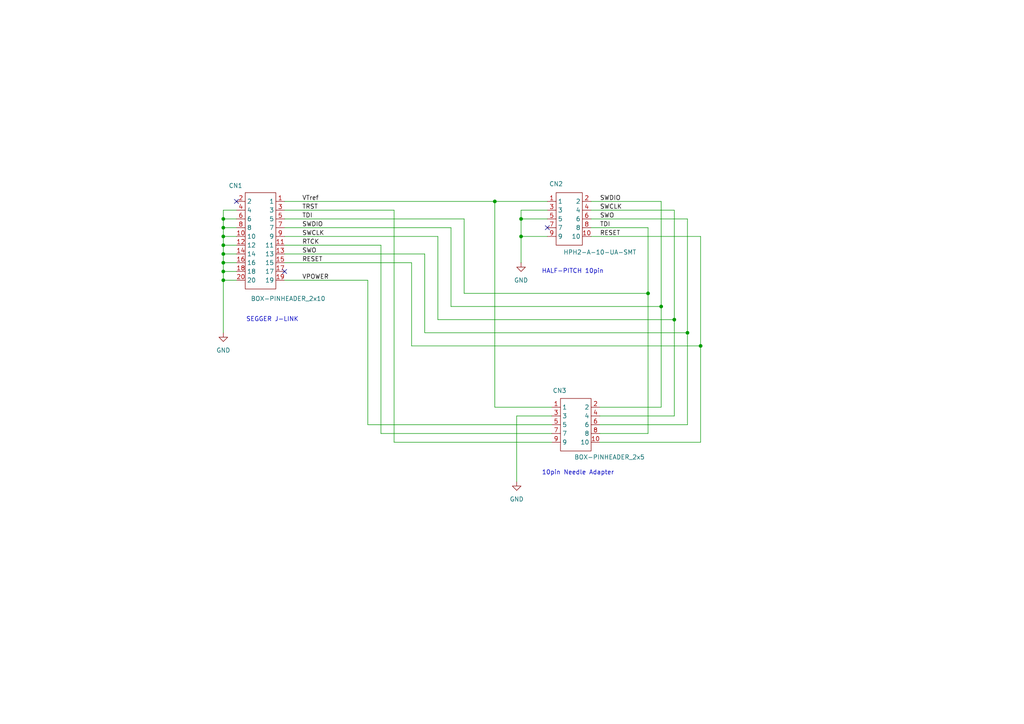
<source format=kicad_sch>
(kicad_sch
	(version 20231120)
	(generator "eeschema")
	(generator_version "8.0")
	(uuid "93138c12-76eb-4f04-ac17-d2ffa5c73c42")
	(paper "A4")
	(lib_symbols
		(symbol "ADAM_TECH:HPH2-A-10-UA-SMT"
			(exclude_from_sim no)
			(in_bom yes)
			(on_board yes)
			(property "Reference" "CN"
				(at -3.81 8.89 0)
				(effects
					(font
						(size 1.27 1.27)
					)
				)
			)
			(property "Value" "HPH2-A-10-UA-SMT"
				(at -1.27 3.81 0)
				(effects
					(font
						(size 1.27 1.27)
					)
				)
			)
			(property "Footprint" "ADAM_TECH:HPH2-A-10-UA-SMT"
				(at -1.27 3.81 0)
				(effects
					(font
						(size 1.27 1.27)
					)
					(hide yes)
				)
			)
			(property "Datasheet" ""
				(at -1.27 3.81 0)
				(effects
					(font
						(size 1.27 1.27)
					)
					(hide yes)
				)
			)
			(property "Description" ""
				(at 0 0 0)
				(effects
					(font
						(size 1.27 1.27)
					)
					(hide yes)
				)
			)
			(symbol "HPH2-A-10-UA-SMT_0_1"
				(rectangle
					(start -3.81 7.62)
					(end 3.81 -7.62)
					(stroke
						(width 0)
						(type default)
					)
					(fill
						(type none)
					)
				)
			)
			(symbol "HPH2-A-10-UA-SMT_1_1"
				(pin passive line
					(at -6.35 5.08 0)
					(length 2.54)
					(name "1"
						(effects
							(font
								(size 1.27 1.27)
							)
						)
					)
					(number "1"
						(effects
							(font
								(size 1.27 1.27)
							)
						)
					)
				)
				(pin passive line
					(at 6.35 -5.08 180)
					(length 2.54)
					(name "10"
						(effects
							(font
								(size 1.27 1.27)
							)
						)
					)
					(number "10"
						(effects
							(font
								(size 1.27 1.27)
							)
						)
					)
				)
				(pin passive line
					(at 6.35 5.08 180)
					(length 2.54)
					(name "2"
						(effects
							(font
								(size 1.27 1.27)
							)
						)
					)
					(number "2"
						(effects
							(font
								(size 1.27 1.27)
							)
						)
					)
				)
				(pin passive line
					(at -6.35 2.54 0)
					(length 2.54)
					(name "3"
						(effects
							(font
								(size 1.27 1.27)
							)
						)
					)
					(number "3"
						(effects
							(font
								(size 1.27 1.27)
							)
						)
					)
				)
				(pin passive line
					(at 6.35 2.54 180)
					(length 2.54)
					(name "4"
						(effects
							(font
								(size 1.27 1.27)
							)
						)
					)
					(number "4"
						(effects
							(font
								(size 1.27 1.27)
							)
						)
					)
				)
				(pin passive line
					(at -6.35 0 0)
					(length 2.54)
					(name "5"
						(effects
							(font
								(size 1.27 1.27)
							)
						)
					)
					(number "5"
						(effects
							(font
								(size 1.27 1.27)
							)
						)
					)
				)
				(pin passive line
					(at 6.35 0 180)
					(length 2.54)
					(name "6"
						(effects
							(font
								(size 1.27 1.27)
							)
						)
					)
					(number "6"
						(effects
							(font
								(size 1.27 1.27)
							)
						)
					)
				)
				(pin passive line
					(at -6.35 -2.54 0)
					(length 2.54)
					(name "7"
						(effects
							(font
								(size 1.27 1.27)
							)
						)
					)
					(number "7"
						(effects
							(font
								(size 1.27 1.27)
							)
						)
					)
				)
				(pin passive line
					(at 6.35 -2.54 180)
					(length 2.54)
					(name "8"
						(effects
							(font
								(size 1.27 1.27)
							)
						)
					)
					(number "8"
						(effects
							(font
								(size 1.27 1.27)
							)
						)
					)
				)
				(pin passive line
					(at -6.35 -5.08 0)
					(length 2.54)
					(name "9"
						(effects
							(font
								(size 1.27 1.27)
							)
						)
					)
					(number "9"
						(effects
							(font
								(size 1.27 1.27)
							)
						)
					)
				)
			)
		)
		(symbol "MIL_CONNECTOR:BOX-PINHEADER_2x10"
			(exclude_from_sim no)
			(in_bom yes)
			(on_board yes)
			(property "Reference" "CN"
				(at -8.89 20.32 0)
				(effects
					(font
						(size 1.27 1.27)
					)
				)
			)
			(property "Value" "BOX-PINHEADER_2x10"
				(at 6.35 -12.7 0)
				(effects
					(font
						(size 1.27 1.27)
					)
				)
			)
			(property "Footprint" "MIL-Connector:MIL-BOX-PINHEADER_2x10"
				(at 1.27 3.81 0)
				(effects
					(font
						(size 1.27 1.27)
					)
					(hide yes)
				)
			)
			(property "Datasheet" ""
				(at 1.27 5.08 0)
				(effects
					(font
						(size 1.27 1.27)
					)
					(hide yes)
				)
			)
			(property "Description" ""
				(at 0 0 0)
				(effects
					(font
						(size 1.27 1.27)
					)
					(hide yes)
				)
			)
			(symbol "BOX-PINHEADER_2x10_0_1"
				(rectangle
					(start -5.08 17.78)
					(end 3.81 -10.16)
					(stroke
						(width 0)
						(type default)
					)
					(fill
						(type none)
					)
				)
			)
			(symbol "BOX-PINHEADER_2x10_1_1"
				(pin passive line
					(at -7.62 15.24 0)
					(length 2.54)
					(name "1"
						(effects
							(font
								(size 1.27 1.27)
							)
						)
					)
					(number "1"
						(effects
							(font
								(size 1.27 1.27)
							)
						)
					)
				)
				(pin passive line
					(at 6.35 5.08 180)
					(length 2.54)
					(name "10"
						(effects
							(font
								(size 1.27 1.27)
							)
						)
					)
					(number "10"
						(effects
							(font
								(size 1.27 1.27)
							)
						)
					)
				)
				(pin passive line
					(at -7.62 2.54 0)
					(length 2.54)
					(name "11"
						(effects
							(font
								(size 1.27 1.27)
							)
						)
					)
					(number "11"
						(effects
							(font
								(size 1.27 1.27)
							)
						)
					)
				)
				(pin passive line
					(at 6.35 2.54 180)
					(length 2.54)
					(name "12"
						(effects
							(font
								(size 1.27 1.27)
							)
						)
					)
					(number "12"
						(effects
							(font
								(size 1.27 1.27)
							)
						)
					)
				)
				(pin passive line
					(at -7.62 0 0)
					(length 2.54)
					(name "13"
						(effects
							(font
								(size 1.27 1.27)
							)
						)
					)
					(number "13"
						(effects
							(font
								(size 1.27 1.27)
							)
						)
					)
				)
				(pin passive line
					(at 6.35 0 180)
					(length 2.54)
					(name "14"
						(effects
							(font
								(size 1.27 1.27)
							)
						)
					)
					(number "14"
						(effects
							(font
								(size 1.27 1.27)
							)
						)
					)
				)
				(pin passive line
					(at -7.62 -2.54 0)
					(length 2.54)
					(name "15"
						(effects
							(font
								(size 1.27 1.27)
							)
						)
					)
					(number "15"
						(effects
							(font
								(size 1.27 1.27)
							)
						)
					)
				)
				(pin passive line
					(at 6.35 -2.54 180)
					(length 2.54)
					(name "16"
						(effects
							(font
								(size 1.27 1.27)
							)
						)
					)
					(number "16"
						(effects
							(font
								(size 1.27 1.27)
							)
						)
					)
				)
				(pin passive line
					(at -7.62 -5.08 0)
					(length 2.54)
					(name "17"
						(effects
							(font
								(size 1.27 1.27)
							)
						)
					)
					(number "17"
						(effects
							(font
								(size 1.27 1.27)
							)
						)
					)
				)
				(pin passive line
					(at 6.35 -5.08 180)
					(length 2.54)
					(name "18"
						(effects
							(font
								(size 1.27 1.27)
							)
						)
					)
					(number "18"
						(effects
							(font
								(size 1.27 1.27)
							)
						)
					)
				)
				(pin passive line
					(at -7.62 -7.62 0)
					(length 2.54)
					(name "19"
						(effects
							(font
								(size 1.27 1.27)
							)
						)
					)
					(number "19"
						(effects
							(font
								(size 1.27 1.27)
							)
						)
					)
				)
				(pin passive line
					(at 6.35 15.24 180)
					(length 2.54)
					(name "2"
						(effects
							(font
								(size 1.27 1.27)
							)
						)
					)
					(number "2"
						(effects
							(font
								(size 1.27 1.27)
							)
						)
					)
				)
				(pin passive line
					(at 6.35 -7.62 180)
					(length 2.54)
					(name "20"
						(effects
							(font
								(size 1.27 1.27)
							)
						)
					)
					(number "20"
						(effects
							(font
								(size 1.27 1.27)
							)
						)
					)
				)
				(pin passive line
					(at -7.62 12.7 0)
					(length 2.54)
					(name "3"
						(effects
							(font
								(size 1.27 1.27)
							)
						)
					)
					(number "3"
						(effects
							(font
								(size 1.27 1.27)
							)
						)
					)
				)
				(pin passive line
					(at 6.35 12.7 180)
					(length 2.54)
					(name "4"
						(effects
							(font
								(size 1.27 1.27)
							)
						)
					)
					(number "4"
						(effects
							(font
								(size 1.27 1.27)
							)
						)
					)
				)
				(pin passive line
					(at -7.62 10.16 0)
					(length 2.54)
					(name "5"
						(effects
							(font
								(size 1.27 1.27)
							)
						)
					)
					(number "5"
						(effects
							(font
								(size 1.27 1.27)
							)
						)
					)
				)
				(pin passive line
					(at 6.35 10.16 180)
					(length 2.54)
					(name "6"
						(effects
							(font
								(size 1.27 1.27)
							)
						)
					)
					(number "6"
						(effects
							(font
								(size 1.27 1.27)
							)
						)
					)
				)
				(pin passive line
					(at -7.62 7.62 0)
					(length 2.54)
					(name "7"
						(effects
							(font
								(size 1.27 1.27)
							)
						)
					)
					(number "7"
						(effects
							(font
								(size 1.27 1.27)
							)
						)
					)
				)
				(pin passive line
					(at 6.35 7.62 180)
					(length 2.54)
					(name "8"
						(effects
							(font
								(size 1.27 1.27)
							)
						)
					)
					(number "8"
						(effects
							(font
								(size 1.27 1.27)
							)
						)
					)
				)
				(pin passive line
					(at -7.62 5.08 0)
					(length 2.54)
					(name "9"
						(effects
							(font
								(size 1.27 1.27)
							)
						)
					)
					(number "9"
						(effects
							(font
								(size 1.27 1.27)
							)
						)
					)
				)
			)
		)
		(symbol "MIL_CONNECTOR:BOX-PINHEADER_2x5"
			(exclude_from_sim no)
			(in_bom yes)
			(on_board yes)
			(property "Reference" "CN"
				(at -8.89 7.62 0)
				(effects
					(font
						(size 1.27 1.27)
					)
				)
			)
			(property "Value" "BOX-PINHEADER_2x5"
				(at 5.334 -11.684 0)
				(effects
					(font
						(size 1.27 1.27)
					)
				)
			)
			(property "Footprint" "MIL-Connector:mil-box-pinheader_2x5"
				(at 1.27 3.81 0)
				(effects
					(font
						(size 1.27 1.27)
					)
					(hide yes)
				)
			)
			(property "Datasheet" ""
				(at 1.27 5.08 0)
				(effects
					(font
						(size 1.27 1.27)
					)
					(hide yes)
				)
			)
			(property "Description" ""
				(at 0 0 0)
				(effects
					(font
						(size 1.27 1.27)
					)
					(hide yes)
				)
			)
			(symbol "BOX-PINHEADER_2x5_0_1"
				(rectangle
					(start -5.08 5.08)
					(end 3.81 -10.16)
					(stroke
						(width 0)
						(type default)
					)
					(fill
						(type none)
					)
				)
			)
			(symbol "BOX-PINHEADER_2x5_1_1"
				(pin passive line
					(at -7.62 2.54 0)
					(length 2.54)
					(name "1"
						(effects
							(font
								(size 1.27 1.27)
							)
						)
					)
					(number "1"
						(effects
							(font
								(size 1.27 1.27)
							)
						)
					)
				)
				(pin passive line
					(at 6.35 -7.62 180)
					(length 2.54)
					(name "10"
						(effects
							(font
								(size 1.27 1.27)
							)
						)
					)
					(number "10"
						(effects
							(font
								(size 1.27 1.27)
							)
						)
					)
				)
				(pin passive line
					(at 6.35 2.54 180)
					(length 2.54)
					(name "2"
						(effects
							(font
								(size 1.27 1.27)
							)
						)
					)
					(number "2"
						(effects
							(font
								(size 1.27 1.27)
							)
						)
					)
				)
				(pin passive line
					(at -7.62 0 0)
					(length 2.54)
					(name "3"
						(effects
							(font
								(size 1.27 1.27)
							)
						)
					)
					(number "3"
						(effects
							(font
								(size 1.27 1.27)
							)
						)
					)
				)
				(pin passive line
					(at 6.35 0 180)
					(length 2.54)
					(name "4"
						(effects
							(font
								(size 1.27 1.27)
							)
						)
					)
					(number "4"
						(effects
							(font
								(size 1.27 1.27)
							)
						)
					)
				)
				(pin passive line
					(at -7.62 -2.54 0)
					(length 2.54)
					(name "5"
						(effects
							(font
								(size 1.27 1.27)
							)
						)
					)
					(number "5"
						(effects
							(font
								(size 1.27 1.27)
							)
						)
					)
				)
				(pin passive line
					(at 6.35 -2.54 180)
					(length 2.54)
					(name "6"
						(effects
							(font
								(size 1.27 1.27)
							)
						)
					)
					(number "6"
						(effects
							(font
								(size 1.27 1.27)
							)
						)
					)
				)
				(pin passive line
					(at -7.62 -5.08 0)
					(length 2.54)
					(name "7"
						(effects
							(font
								(size 1.27 1.27)
							)
						)
					)
					(number "7"
						(effects
							(font
								(size 1.27 1.27)
							)
						)
					)
				)
				(pin passive line
					(at 6.35 -5.08 180)
					(length 2.54)
					(name "8"
						(effects
							(font
								(size 1.27 1.27)
							)
						)
					)
					(number "8"
						(effects
							(font
								(size 1.27 1.27)
							)
						)
					)
				)
				(pin passive line
					(at -7.62 -7.62 0)
					(length 2.54)
					(name "9"
						(effects
							(font
								(size 1.27 1.27)
							)
						)
					)
					(number "9"
						(effects
							(font
								(size 1.27 1.27)
							)
						)
					)
				)
			)
		)
		(symbol "Power:GND"
			(power)
			(pin_numbers hide)
			(pin_names
				(offset 0) hide)
			(exclude_from_sim no)
			(in_bom yes)
			(on_board yes)
			(property "Reference" "#PWR"
				(at 0 -6.35 0)
				(effects
					(font
						(size 1.27 1.27)
					)
					(hide yes)
				)
			)
			(property "Value" "GND"
				(at 0 -3.81 0)
				(effects
					(font
						(size 1.27 1.27)
					)
				)
			)
			(property "Footprint" ""
				(at 0 0 0)
				(effects
					(font
						(size 1.27 1.27)
					)
					(hide yes)
				)
			)
			(property "Datasheet" ""
				(at 0 0 0)
				(effects
					(font
						(size 1.27 1.27)
					)
					(hide yes)
				)
			)
			(property "Description" "Power symbol creates a global label with name \"GND\" , ground"
				(at 0 0 0)
				(effects
					(font
						(size 1.27 1.27)
					)
					(hide yes)
				)
			)
			(property "ki_keywords" "global power"
				(at 0 0 0)
				(effects
					(font
						(size 1.27 1.27)
					)
					(hide yes)
				)
			)
			(symbol "GND_0_1"
				(polyline
					(pts
						(xy 0 0) (xy 0 -1.27) (xy 1.27 -1.27) (xy 0 -2.54) (xy -1.27 -1.27) (xy 0 -1.27)
					)
					(stroke
						(width 0)
						(type default)
					)
					(fill
						(type none)
					)
				)
			)
			(symbol "GND_1_1"
				(pin power_in line
					(at 0 0 270)
					(length 0)
					(name "~"
						(effects
							(font
								(size 1.27 1.27)
							)
						)
					)
					(number "1"
						(effects
							(font
								(size 1.27 1.27)
							)
						)
					)
				)
			)
		)
	)
	(junction
		(at 64.77 78.74)
		(diameter 0)
		(color 0 0 0 0)
		(uuid "01bb0862-39eb-437a-89c7-46d719eaed18")
	)
	(junction
		(at 191.77 88.9)
		(diameter 0)
		(color 0 0 0 0)
		(uuid "1db19a60-51f7-437c-8594-08ae09d817dc")
	)
	(junction
		(at 64.77 71.12)
		(diameter 0)
		(color 0 0 0 0)
		(uuid "21ba2554-4cab-4405-a931-489501bac7db")
	)
	(junction
		(at 143.51 58.42)
		(diameter 0)
		(color 0 0 0 0)
		(uuid "375fc31f-8ad5-4291-b7e4-efdd2bf2122f")
	)
	(junction
		(at 64.77 63.5)
		(diameter 0)
		(color 0 0 0 0)
		(uuid "401a8873-5e9e-4a08-a971-10571b7bbf4f")
	)
	(junction
		(at 195.58 92.71)
		(diameter 0)
		(color 0 0 0 0)
		(uuid "4f936226-1c5b-4441-b35f-41cd482dc181")
	)
	(junction
		(at 64.77 73.66)
		(diameter 0)
		(color 0 0 0 0)
		(uuid "6119e39c-04ce-4001-85c1-617692744047")
	)
	(junction
		(at 187.96 85.09)
		(diameter 0)
		(color 0 0 0 0)
		(uuid "685b2ba5-7e37-4ea9-b54c-5f0a5728390c")
	)
	(junction
		(at 64.77 66.04)
		(diameter 0)
		(color 0 0 0 0)
		(uuid "8c268214-b548-43c5-9ae9-25dc228f4131")
	)
	(junction
		(at 151.13 68.58)
		(diameter 0)
		(color 0 0 0 0)
		(uuid "8cebbf27-18a8-4f88-8d94-a0837677b0bd")
	)
	(junction
		(at 151.13 63.5)
		(diameter 0)
		(color 0 0 0 0)
		(uuid "94bff1e8-1c63-4322-a958-af8d819e9b6d")
	)
	(junction
		(at 199.39 96.52)
		(diameter 0)
		(color 0 0 0 0)
		(uuid "a7dc1de7-6db2-4689-98eb-690479a29053")
	)
	(junction
		(at 64.77 68.58)
		(diameter 0)
		(color 0 0 0 0)
		(uuid "ad5e4ab0-00d9-43ba-ad55-3a9bcabc048d")
	)
	(junction
		(at 203.2 100.33)
		(diameter 0)
		(color 0 0 0 0)
		(uuid "af5765e6-bdae-443d-84e5-4c722b84f3f3")
	)
	(junction
		(at 64.77 76.2)
		(diameter 0)
		(color 0 0 0 0)
		(uuid "c7a95a87-0848-4b88-9cdd-705c1fb2f8c6")
	)
	(junction
		(at 64.77 81.28)
		(diameter 0)
		(color 0 0 0 0)
		(uuid "fb94fcc7-6d4b-4921-9827-3a0f93391ac0")
	)
	(no_connect
		(at 158.75 66.04)
		(uuid "044a0d40-592a-4c35-a073-a8804edd7978")
	)
	(no_connect
		(at 68.58 58.42)
		(uuid "5211f448-3470-4a13-8da1-2fb757d60f74")
	)
	(no_connect
		(at 82.55 78.74)
		(uuid "7f901e63-b827-4cf3-a215-97965bf4a313")
	)
	(wire
		(pts
			(xy 64.77 73.66) (xy 68.58 73.66)
		)
		(stroke
			(width 0)
			(type default)
		)
		(uuid "09823b7e-5e10-4a9d-a58b-37949f8ef416")
	)
	(wire
		(pts
			(xy 160.02 118.11) (xy 143.51 118.11)
		)
		(stroke
			(width 0)
			(type default)
		)
		(uuid "09ba7c77-9b53-4dfe-8a10-887f6e6ce6ac")
	)
	(wire
		(pts
			(xy 203.2 128.27) (xy 203.2 100.33)
		)
		(stroke
			(width 0)
			(type default)
		)
		(uuid "0b449eff-0c8c-48fb-b7bc-b6637105dab6")
	)
	(wire
		(pts
			(xy 82.55 76.2) (xy 119.38 76.2)
		)
		(stroke
			(width 0)
			(type default)
		)
		(uuid "10b8cae7-4bab-4b70-b737-23089c1bbf08")
	)
	(wire
		(pts
			(xy 64.77 73.66) (xy 64.77 71.12)
		)
		(stroke
			(width 0)
			(type default)
		)
		(uuid "14711ce8-8682-43a5-b888-2da3baed470b")
	)
	(wire
		(pts
			(xy 82.55 58.42) (xy 143.51 58.42)
		)
		(stroke
			(width 0)
			(type default)
		)
		(uuid "1bda48d3-2c90-4c7f-b962-ed182a50a333")
	)
	(wire
		(pts
			(xy 160.02 120.65) (xy 149.86 120.65)
		)
		(stroke
			(width 0)
			(type default)
		)
		(uuid "2111145f-aee4-45a2-9403-52f8d6561178")
	)
	(wire
		(pts
			(xy 64.77 78.74) (xy 68.58 78.74)
		)
		(stroke
			(width 0)
			(type default)
		)
		(uuid "22892904-671f-4c7e-b4b6-7eb049b2ce5a")
	)
	(wire
		(pts
			(xy 64.77 81.28) (xy 64.77 78.74)
		)
		(stroke
			(width 0)
			(type default)
		)
		(uuid "2335285e-50d6-4575-a046-3c5a2a8beab6")
	)
	(wire
		(pts
			(xy 123.19 73.66) (xy 123.19 96.52)
		)
		(stroke
			(width 0)
			(type default)
		)
		(uuid "258752fe-2664-4349-8727-d3e1320c3549")
	)
	(wire
		(pts
			(xy 191.77 58.42) (xy 191.77 88.9)
		)
		(stroke
			(width 0)
			(type default)
		)
		(uuid "26be80bb-47b0-4a09-95bc-0239565e002e")
	)
	(wire
		(pts
			(xy 199.39 63.5) (xy 171.45 63.5)
		)
		(stroke
			(width 0)
			(type default)
		)
		(uuid "27463304-e7eb-49c4-bd9d-e8138ee55f1f")
	)
	(wire
		(pts
			(xy 191.77 88.9) (xy 130.81 88.9)
		)
		(stroke
			(width 0)
			(type default)
		)
		(uuid "2c6a6526-a099-48e7-90a1-96afced38380")
	)
	(wire
		(pts
			(xy 110.49 71.12) (xy 110.49 125.73)
		)
		(stroke
			(width 0)
			(type default)
		)
		(uuid "2ef7200e-36a6-4f8d-8388-e814c3129207")
	)
	(wire
		(pts
			(xy 160.02 123.19) (xy 106.68 123.19)
		)
		(stroke
			(width 0)
			(type default)
		)
		(uuid "3350175a-0f14-40be-97f2-19e2bc140141")
	)
	(wire
		(pts
			(xy 64.77 66.04) (xy 68.58 66.04)
		)
		(stroke
			(width 0)
			(type default)
		)
		(uuid "35b5caaf-fb00-4d37-a684-4debfb8bbca4")
	)
	(wire
		(pts
			(xy 203.2 68.58) (xy 171.45 68.58)
		)
		(stroke
			(width 0)
			(type default)
		)
		(uuid "36a684ab-e5e9-4182-af42-b6f5e25fc035")
	)
	(wire
		(pts
			(xy 173.99 123.19) (xy 199.39 123.19)
		)
		(stroke
			(width 0)
			(type default)
		)
		(uuid "37085012-7c9d-4a6a-962c-f0dcbee83fa2")
	)
	(wire
		(pts
			(xy 64.77 60.96) (xy 68.58 60.96)
		)
		(stroke
			(width 0)
			(type default)
		)
		(uuid "37dae37b-4cf1-47ad-91cc-7605fe6f8f2c")
	)
	(wire
		(pts
			(xy 173.99 128.27) (xy 203.2 128.27)
		)
		(stroke
			(width 0)
			(type default)
		)
		(uuid "38bd6393-0973-4e04-8280-e08003e7cbaf")
	)
	(wire
		(pts
			(xy 134.62 85.09) (xy 187.96 85.09)
		)
		(stroke
			(width 0)
			(type default)
		)
		(uuid "416d204d-3c73-47d5-8a7c-ab6ade1d7f95")
	)
	(wire
		(pts
			(xy 187.96 125.73) (xy 187.96 85.09)
		)
		(stroke
			(width 0)
			(type default)
		)
		(uuid "41ddf12a-2126-4de4-afd6-10adb011ae6f")
	)
	(wire
		(pts
			(xy 64.77 81.28) (xy 68.58 81.28)
		)
		(stroke
			(width 0)
			(type default)
		)
		(uuid "44f87c7c-66d3-4719-8dbc-04cda525cd52")
	)
	(wire
		(pts
			(xy 173.99 118.11) (xy 191.77 118.11)
		)
		(stroke
			(width 0)
			(type default)
		)
		(uuid "45455fd0-97bb-4ca7-b446-3adf7ea1ffce")
	)
	(wire
		(pts
			(xy 106.68 123.19) (xy 106.68 81.28)
		)
		(stroke
			(width 0)
			(type default)
		)
		(uuid "46f48a8d-0d85-4296-9ee7-ad990570fd50")
	)
	(wire
		(pts
			(xy 110.49 71.12) (xy 82.55 71.12)
		)
		(stroke
			(width 0)
			(type default)
		)
		(uuid "4c74de0a-93c8-4f50-8545-d2b5e53c2628")
	)
	(wire
		(pts
			(xy 64.77 71.12) (xy 68.58 71.12)
		)
		(stroke
			(width 0)
			(type default)
		)
		(uuid "4d8ded13-5b59-47f2-b36a-2eaa8615e9a1")
	)
	(wire
		(pts
			(xy 195.58 60.96) (xy 171.45 60.96)
		)
		(stroke
			(width 0)
			(type default)
		)
		(uuid "504ad122-ef7e-42cc-8b22-5e5aa3a02601")
	)
	(wire
		(pts
			(xy 123.19 96.52) (xy 199.39 96.52)
		)
		(stroke
			(width 0)
			(type default)
		)
		(uuid "559acab2-059a-4f39-a43b-eee765f6079d")
	)
	(wire
		(pts
			(xy 151.13 76.2) (xy 151.13 68.58)
		)
		(stroke
			(width 0)
			(type default)
		)
		(uuid "62a26c7e-bafd-4204-98a9-7f4662acece4")
	)
	(wire
		(pts
			(xy 160.02 125.73) (xy 110.49 125.73)
		)
		(stroke
			(width 0)
			(type default)
		)
		(uuid "63be9bc3-d728-4948-8a0d-92649d5619bf")
	)
	(wire
		(pts
			(xy 199.39 123.19) (xy 199.39 96.52)
		)
		(stroke
			(width 0)
			(type default)
		)
		(uuid "692bedb4-31d6-4a75-ad5b-050e868c7fef")
	)
	(wire
		(pts
			(xy 82.55 73.66) (xy 123.19 73.66)
		)
		(stroke
			(width 0)
			(type default)
		)
		(uuid "6ace9e75-a886-477e-b558-c9a55d1204dd")
	)
	(wire
		(pts
			(xy 151.13 68.58) (xy 151.13 63.5)
		)
		(stroke
			(width 0)
			(type default)
		)
		(uuid "6d49e4f1-03dc-4911-a141-7c0f488b2e35")
	)
	(wire
		(pts
			(xy 143.51 58.42) (xy 158.75 58.42)
		)
		(stroke
			(width 0)
			(type default)
		)
		(uuid "6ea47938-dc94-4af1-863f-5b574fde3596")
	)
	(wire
		(pts
			(xy 127 68.58) (xy 127 92.71)
		)
		(stroke
			(width 0)
			(type default)
		)
		(uuid "6f300a7c-08e4-4d34-aad0-4b0d10b7f3c8")
	)
	(wire
		(pts
			(xy 130.81 88.9) (xy 130.81 66.04)
		)
		(stroke
			(width 0)
			(type default)
		)
		(uuid "6f3d1bd3-2211-4720-987c-e558ec07a11e")
	)
	(wire
		(pts
			(xy 114.3 128.27) (xy 114.3 60.96)
		)
		(stroke
			(width 0)
			(type default)
		)
		(uuid "73c7c12e-8104-4829-8782-d2e372986942")
	)
	(wire
		(pts
			(xy 160.02 128.27) (xy 114.3 128.27)
		)
		(stroke
			(width 0)
			(type default)
		)
		(uuid "86c11fe5-1ca5-4eab-8ed6-d2d9eee00cf8")
	)
	(wire
		(pts
			(xy 151.13 68.58) (xy 158.75 68.58)
		)
		(stroke
			(width 0)
			(type default)
		)
		(uuid "897bc140-1015-489c-95f1-ec1e04105a59")
	)
	(wire
		(pts
			(xy 171.45 58.42) (xy 191.77 58.42)
		)
		(stroke
			(width 0)
			(type default)
		)
		(uuid "8a619dcd-4462-46b0-b2d2-c4fa94f79bf0")
	)
	(wire
		(pts
			(xy 106.68 81.28) (xy 82.55 81.28)
		)
		(stroke
			(width 0)
			(type default)
		)
		(uuid "8d1b705a-bc96-4101-97ff-75c1731c5016")
	)
	(wire
		(pts
			(xy 171.45 66.04) (xy 187.96 66.04)
		)
		(stroke
			(width 0)
			(type default)
		)
		(uuid "8dee8996-de1f-49a9-8592-65054550e4e0")
	)
	(wire
		(pts
			(xy 191.77 88.9) (xy 191.77 118.11)
		)
		(stroke
			(width 0)
			(type default)
		)
		(uuid "92603477-dc87-4632-96de-dd65d8ff440e")
	)
	(wire
		(pts
			(xy 119.38 100.33) (xy 203.2 100.33)
		)
		(stroke
			(width 0)
			(type default)
		)
		(uuid "95d36598-7461-4a44-afc3-77716548deb2")
	)
	(wire
		(pts
			(xy 173.99 125.73) (xy 187.96 125.73)
		)
		(stroke
			(width 0)
			(type default)
		)
		(uuid "96736ad2-1c71-44ea-ba08-38515a347ae1")
	)
	(wire
		(pts
			(xy 203.2 100.33) (xy 203.2 68.58)
		)
		(stroke
			(width 0)
			(type default)
		)
		(uuid "96973a72-2a22-47bd-8233-8c962d297f7a")
	)
	(wire
		(pts
			(xy 149.86 120.65) (xy 149.86 139.7)
		)
		(stroke
			(width 0)
			(type default)
		)
		(uuid "97a5b963-8bfc-43ae-8b27-d95382105ee2")
	)
	(wire
		(pts
			(xy 187.96 85.09) (xy 187.96 66.04)
		)
		(stroke
			(width 0)
			(type default)
		)
		(uuid "9ff0a61c-0bc2-4176-b640-7355487f3146")
	)
	(wire
		(pts
			(xy 64.77 63.5) (xy 68.58 63.5)
		)
		(stroke
			(width 0)
			(type default)
		)
		(uuid "a3e8951b-0328-4bd8-865d-df4c5fff00db")
	)
	(wire
		(pts
			(xy 134.62 63.5) (xy 134.62 85.09)
		)
		(stroke
			(width 0)
			(type default)
		)
		(uuid "a41c034f-e038-4575-bfb1-4a5d0cf9c392")
	)
	(wire
		(pts
			(xy 82.55 63.5) (xy 134.62 63.5)
		)
		(stroke
			(width 0)
			(type default)
		)
		(uuid "a73d5dd6-4747-4420-8224-06903cacb1d9")
	)
	(wire
		(pts
			(xy 151.13 60.96) (xy 158.75 60.96)
		)
		(stroke
			(width 0)
			(type default)
		)
		(uuid "a9b14b7e-1bf4-4c7a-afa9-f45282c90481")
	)
	(wire
		(pts
			(xy 82.55 60.96) (xy 114.3 60.96)
		)
		(stroke
			(width 0)
			(type default)
		)
		(uuid "ab91639b-f73a-4500-815b-c85b443e25f9")
	)
	(wire
		(pts
			(xy 64.77 76.2) (xy 64.77 73.66)
		)
		(stroke
			(width 0)
			(type default)
		)
		(uuid "ac26f01c-d0ea-4ae0-8c54-e617d11239c2")
	)
	(wire
		(pts
			(xy 143.51 118.11) (xy 143.51 58.42)
		)
		(stroke
			(width 0)
			(type default)
		)
		(uuid "b039ab9d-e376-4e06-a778-7eba6c81df46")
	)
	(wire
		(pts
			(xy 64.77 63.5) (xy 64.77 60.96)
		)
		(stroke
			(width 0)
			(type default)
		)
		(uuid "ba7c4acb-67f3-4ca3-adb2-366d1e70eac7")
	)
	(wire
		(pts
			(xy 64.77 68.58) (xy 64.77 66.04)
		)
		(stroke
			(width 0)
			(type default)
		)
		(uuid "ba9ade09-1ac8-4494-b0f8-04b575e2fb97")
	)
	(wire
		(pts
			(xy 64.77 71.12) (xy 64.77 68.58)
		)
		(stroke
			(width 0)
			(type default)
		)
		(uuid "bca40bf3-89af-42a0-b512-3f792653135d")
	)
	(wire
		(pts
			(xy 64.77 68.58) (xy 68.58 68.58)
		)
		(stroke
			(width 0)
			(type default)
		)
		(uuid "c1351ee9-11b3-41ac-b413-ed6992353b55")
	)
	(wire
		(pts
			(xy 64.77 76.2) (xy 68.58 76.2)
		)
		(stroke
			(width 0)
			(type default)
		)
		(uuid "c9ce06ee-e5c2-45c2-bdec-a70bf3f7d3b1")
	)
	(wire
		(pts
			(xy 199.39 96.52) (xy 199.39 63.5)
		)
		(stroke
			(width 0)
			(type default)
		)
		(uuid "cfaed980-cb61-4c4c-b880-b30f3d31b599")
	)
	(wire
		(pts
			(xy 173.99 120.65) (xy 195.58 120.65)
		)
		(stroke
			(width 0)
			(type default)
		)
		(uuid "d3940757-d776-4e62-9670-a1fc78e98bc3")
	)
	(wire
		(pts
			(xy 82.55 68.58) (xy 127 68.58)
		)
		(stroke
			(width 0)
			(type default)
		)
		(uuid "daec3fe1-1584-48c0-8c55-1d991c4912b0")
	)
	(wire
		(pts
			(xy 151.13 63.5) (xy 158.75 63.5)
		)
		(stroke
			(width 0)
			(type default)
		)
		(uuid "db5008ce-ba7f-40cd-b36b-2f577d552e71")
	)
	(wire
		(pts
			(xy 151.13 63.5) (xy 151.13 60.96)
		)
		(stroke
			(width 0)
			(type default)
		)
		(uuid "de823686-d154-4420-a911-6fe669c1eccf")
	)
	(wire
		(pts
			(xy 119.38 76.2) (xy 119.38 100.33)
		)
		(stroke
			(width 0)
			(type default)
		)
		(uuid "df158a70-3826-42e9-bae4-e107be394ce9")
	)
	(wire
		(pts
			(xy 82.55 66.04) (xy 130.81 66.04)
		)
		(stroke
			(width 0)
			(type default)
		)
		(uuid "e2b99470-e5fb-4c62-a604-9cdb79b61523")
	)
	(wire
		(pts
			(xy 64.77 66.04) (xy 64.77 63.5)
		)
		(stroke
			(width 0)
			(type default)
		)
		(uuid "e4912e88-2fd0-4155-8f21-e42ab68c5461")
	)
	(wire
		(pts
			(xy 64.77 78.74) (xy 64.77 76.2)
		)
		(stroke
			(width 0)
			(type default)
		)
		(uuid "eafaeac2-d2ee-4b4f-a711-4d9792266ff7")
	)
	(wire
		(pts
			(xy 127 92.71) (xy 195.58 92.71)
		)
		(stroke
			(width 0)
			(type default)
		)
		(uuid "edb058ac-03fb-4488-a8f9-50faad17da46")
	)
	(wire
		(pts
			(xy 64.77 96.52) (xy 64.77 81.28)
		)
		(stroke
			(width 0)
			(type default)
		)
		(uuid "f6d777fd-8a3b-4aa1-b56a-9fe21f3787a2")
	)
	(wire
		(pts
			(xy 195.58 92.71) (xy 195.58 60.96)
		)
		(stroke
			(width 0)
			(type default)
		)
		(uuid "fcc68648-dfae-4c95-935f-e34f2e035088")
	)
	(wire
		(pts
			(xy 195.58 120.65) (xy 195.58 92.71)
		)
		(stroke
			(width 0)
			(type default)
		)
		(uuid "fd365b45-afd8-4bf8-b4d3-307ad220b750")
	)
	(text "10pin Needle Adapter"
		(exclude_from_sim no)
		(at 167.64 137.16 0)
		(effects
			(font
				(size 1.27 1.27)
			)
		)
		(uuid "4666b546-b32b-4cc7-82db-49283fdf2b97")
	)
	(text "HALF-PITCH 10pin"
		(exclude_from_sim no)
		(at 166.116 78.74 0)
		(effects
			(font
				(size 1.27 1.27)
			)
		)
		(uuid "65d75e32-e22b-4358-9942-a65fba445e50")
	)
	(text "SEGGER J-LINK"
		(exclude_from_sim no)
		(at 78.994 92.71 0)
		(effects
			(font
				(size 1.27 1.27)
			)
		)
		(uuid "f5d36f40-3129-4787-8662-77d8c646d2a4")
	)
	(label "SWDIO"
		(at 173.99 58.42 0)
		(effects
			(font
				(size 1.27 1.27)
			)
			(justify left bottom)
		)
		(uuid "0421f501-f97c-4209-a46c-ef0bd1b9307a")
	)
	(label "SWO"
		(at 173.99 63.5 0)
		(effects
			(font
				(size 1.27 1.27)
			)
			(justify left bottom)
		)
		(uuid "09ad959e-6774-4ab9-b3e2-3e9a0990b5dd")
	)
	(label "SWCLK"
		(at 87.63 68.58 0)
		(effects
			(font
				(size 1.27 1.27)
			)
			(justify left bottom)
		)
		(uuid "36e3010d-41ed-4503-b947-5e455f870ff6")
	)
	(label "VTref"
		(at 87.63 58.42 0)
		(effects
			(font
				(size 1.27 1.27)
			)
			(justify left bottom)
		)
		(uuid "499c9d0e-c73b-4cbd-b1df-e2c70882bd8e")
	)
	(label "RESET"
		(at 87.63 76.2 0)
		(effects
			(font
				(size 1.27 1.27)
			)
			(justify left bottom)
		)
		(uuid "4f155a4a-2593-4778-8bb6-556655970daa")
	)
	(label "VPOWER"
		(at 87.63 81.28 0)
		(effects
			(font
				(size 1.27 1.27)
			)
			(justify left bottom)
		)
		(uuid "51dc878e-232b-42b5-8df7-228b829932e6")
	)
	(label "TDI"
		(at 173.99 66.04 0)
		(effects
			(font
				(size 1.27 1.27)
			)
			(justify left bottom)
		)
		(uuid "81d896f7-7128-4b16-8fe5-74bc279cb315")
	)
	(label "SWDIO"
		(at 87.63 66.04 0)
		(effects
			(font
				(size 1.27 1.27)
			)
			(justify left bottom)
		)
		(uuid "928ade8b-9005-498a-a356-86fe507a503d")
	)
	(label "TRST"
		(at 87.63 60.96 0)
		(effects
			(font
				(size 1.27 1.27)
			)
			(justify left bottom)
		)
		(uuid "938e8dc1-11b7-46e0-bbd5-36f846b35c7c")
	)
	(label "TDI"
		(at 87.63 63.5 0)
		(effects
			(font
				(size 1.27 1.27)
			)
			(justify left bottom)
		)
		(uuid "95907a6f-5691-42af-845b-5a774ca1f15d")
	)
	(label "SWO"
		(at 87.63 73.66 0)
		(effects
			(font
				(size 1.27 1.27)
			)
			(justify left bottom)
		)
		(uuid "b8426c49-b89f-4ed6-88ac-89fa3ca2fc2e")
	)
	(label "RTCK"
		(at 87.63 71.12 0)
		(effects
			(font
				(size 1.27 1.27)
			)
			(justify left bottom)
		)
		(uuid "bff8acb7-1a6f-4cba-b745-4a491d51e761")
	)
	(label "SWCLK"
		(at 173.99 60.96 0)
		(effects
			(font
				(size 1.27 1.27)
			)
			(justify left bottom)
		)
		(uuid "e9fafa8f-3e17-4665-8258-7e3229b07246")
	)
	(label "RESET"
		(at 173.99 68.58 0)
		(effects
			(font
				(size 1.27 1.27)
			)
			(justify left bottom)
		)
		(uuid "fb3e1912-7931-46aa-96ea-5e6ba6d78334")
	)
	(symbol
		(lib_id "MIL_CONNECTOR:BOX-PINHEADER_2x10")
		(at 74.93 73.66 0)
		(mirror y)
		(unit 1)
		(exclude_from_sim no)
		(in_bom yes)
		(on_board yes)
		(dnp no)
		(uuid "177aa8b2-131e-432f-85cf-6158fa97847d")
		(property "Reference" "CN1"
			(at 68.326 53.848 0)
			(effects
				(font
					(size 1.27 1.27)
				)
			)
		)
		(property "Value" "BOX-PINHEADER_2x10"
			(at 83.566 86.614 0)
			(effects
				(font
					(size 1.27 1.27)
				)
			)
		)
		(property "Footprint" "MIL-Connector:MIL-BOX-PINHEADER_2x10"
			(at 73.66 69.85 0)
			(effects
				(font
					(size 1.27 1.27)
				)
				(hide yes)
			)
		)
		(property "Datasheet" ""
			(at 73.66 68.58 0)
			(effects
				(font
					(size 1.27 1.27)
				)
				(hide yes)
			)
		)
		(property "Description" ""
			(at 74.93 73.66 0)
			(effects
				(font
					(size 1.27 1.27)
				)
				(hide yes)
			)
		)
		(pin "1"
			(uuid "bbb9dd04-92e3-475d-8c3d-480a6fe3bb97")
		)
		(pin "2"
			(uuid "5228d421-c0f8-4772-b2d8-0188fa67e004")
		)
		(pin "7"
			(uuid "ff0544fa-5691-498d-ba31-7b4fc518c50c")
		)
		(pin "9"
			(uuid "027ab16b-175e-4ec1-9d90-4954cb9e7768")
		)
		(pin "6"
			(uuid "37f45465-1bca-4c53-a50f-09cdadbe165c")
		)
		(pin "8"
			(uuid "5bb8d55b-d37b-439d-8cb9-264ad7538394")
		)
		(pin "13"
			(uuid "7d463c0f-688d-4b7c-b0a5-72bd5cd62129")
		)
		(pin "15"
			(uuid "7d891e1f-6c5d-4fd4-b02a-47fd0ae99ec3")
		)
		(pin "20"
			(uuid "5380773f-143c-4c93-9178-49fee3d20249")
		)
		(pin "17"
			(uuid "750108be-63d6-45cd-af23-95b13d095ab6")
		)
		(pin "19"
			(uuid "74cf1aa4-3060-4a3d-914e-23f44bc5cb0b")
		)
		(pin "4"
			(uuid "da3a0541-8692-40e6-afda-78ba8d29aa4e")
		)
		(pin "3"
			(uuid "5a93be9e-9e8f-47ae-8ddf-55831c3a15e0")
		)
		(pin "16"
			(uuid "e1c34c5d-883a-499c-ba46-a98625d3bb4d")
		)
		(pin "5"
			(uuid "48d50fc7-2fd4-4f44-be44-cb16daa17d03")
		)
		(pin "18"
			(uuid "d09bf8a0-e972-4bd0-b5ac-f2c757f2160d")
		)
		(pin "14"
			(uuid "804d5d12-323a-4609-8802-9799cb827ea3")
		)
		(pin "10"
			(uuid "60646975-fff7-4ead-bbde-f2173c06bf02")
		)
		(pin "12"
			(uuid "4be0747b-d265-4f2d-8599-c204ccc8da42")
		)
		(pin "11"
			(uuid "4eabf0f4-4a36-4d21-a86e-bf7eacd3c9f9")
		)
		(instances
			(project ""
				(path "/93138c12-76eb-4f04-ac17-d2ffa5c73c42"
					(reference "CN1")
					(unit 1)
				)
			)
		)
	)
	(symbol
		(lib_id "MIL_CONNECTOR:BOX-PINHEADER_2x5")
		(at 167.64 120.65 0)
		(unit 1)
		(exclude_from_sim no)
		(in_bom yes)
		(on_board yes)
		(dnp no)
		(uuid "295828ec-51dd-4d96-bd8e-985ea555752a")
		(property "Reference" "CN3"
			(at 162.306 113.284 0)
			(effects
				(font
					(size 1.27 1.27)
				)
			)
		)
		(property "Value" "BOX-PINHEADER_2x5"
			(at 176.784 132.588 0)
			(effects
				(font
					(size 1.27 1.27)
				)
			)
		)
		(property "Footprint" "MIL-Connector:mil-box-pinheader_2x5"
			(at 168.91 116.84 0)
			(effects
				(font
					(size 1.27 1.27)
				)
				(hide yes)
			)
		)
		(property "Datasheet" ""
			(at 168.91 115.57 0)
			(effects
				(font
					(size 1.27 1.27)
				)
				(hide yes)
			)
		)
		(property "Description" ""
			(at 167.64 120.65 0)
			(effects
				(font
					(size 1.27 1.27)
				)
				(hide yes)
			)
		)
		(pin "10"
			(uuid "690046f4-b2ab-4e9f-8deb-7d02f25d63db")
		)
		(pin "3"
			(uuid "0678dee5-0420-431b-a61a-daf3f67ed55b")
		)
		(pin "2"
			(uuid "7ce97fb1-115a-4777-ab9b-ba98e9db1b81")
		)
		(pin "1"
			(uuid "d8c55ba8-d737-446b-8f69-d7fc50fe3bdf")
		)
		(pin "4"
			(uuid "dd995a60-cf0a-4abb-9b6b-9646d770f0ae")
		)
		(pin "5"
			(uuid "5ca536b1-8bd2-4bdf-ad40-4d49da922c6c")
		)
		(pin "6"
			(uuid "45130749-579a-4150-be46-f4d0d1a21abb")
		)
		(pin "9"
			(uuid "c6125ea0-50bb-4a64-a47a-bb711efe8eae")
		)
		(pin "8"
			(uuid "d50c0887-a6a4-4705-8080-63c966875a5a")
		)
		(pin "7"
			(uuid "08f8b8b7-7b8a-478b-9e77-aea8cabb7524")
		)
		(instances
			(project ""
				(path "/93138c12-76eb-4f04-ac17-d2ffa5c73c42"
					(reference "CN3")
					(unit 1)
				)
			)
		)
	)
	(symbol
		(lib_id "Power:GND")
		(at 149.86 139.7 0)
		(unit 1)
		(exclude_from_sim no)
		(in_bom yes)
		(on_board yes)
		(dnp no)
		(fields_autoplaced yes)
		(uuid "a59e109e-b6bc-4d9c-b075-40d6acd5b844")
		(property "Reference" "#PWR03"
			(at 149.86 146.05 0)
			(effects
				(font
					(size 1.27 1.27)
				)
				(hide yes)
			)
		)
		(property "Value" "GND"
			(at 149.86 144.78 0)
			(effects
				(font
					(size 1.27 1.27)
				)
			)
		)
		(property "Footprint" ""
			(at 149.86 139.7 0)
			(effects
				(font
					(size 1.27 1.27)
				)
				(hide yes)
			)
		)
		(property "Datasheet" ""
			(at 149.86 139.7 0)
			(effects
				(font
					(size 1.27 1.27)
				)
				(hide yes)
			)
		)
		(property "Description" "Power symbol creates a global label with name \"GND\" , ground"
			(at 149.86 139.7 0)
			(effects
				(font
					(size 1.27 1.27)
				)
				(hide yes)
			)
		)
		(pin "1"
			(uuid "b8ac0d01-4129-4c1c-8753-e8917bb6d0d8")
		)
		(instances
			(project "NAC1080-J-LINK-10pin"
				(path "/93138c12-76eb-4f04-ac17-d2ffa5c73c42"
					(reference "#PWR03")
					(unit 1)
				)
			)
		)
	)
	(symbol
		(lib_id "ADAM_TECH:HPH2-A-10-UA-SMT")
		(at 165.1 63.5 0)
		(unit 1)
		(exclude_from_sim no)
		(in_bom yes)
		(on_board yes)
		(dnp no)
		(uuid "b1a25ce9-f14b-4f34-8084-9cb0851ac02e")
		(property "Reference" "CN2"
			(at 161.29 53.34 0)
			(effects
				(font
					(size 1.27 1.27)
				)
			)
		)
		(property "Value" "HPH2-A-10-UA-SMT"
			(at 173.99 73.152 0)
			(effects
				(font
					(size 1.27 1.27)
				)
			)
		)
		(property "Footprint" "ADAM_TECH:HPH2-A-10-UA-SMT"
			(at 163.83 59.69 0)
			(effects
				(font
					(size 1.27 1.27)
				)
				(hide yes)
			)
		)
		(property "Datasheet" ""
			(at 163.83 59.69 0)
			(effects
				(font
					(size 1.27 1.27)
				)
				(hide yes)
			)
		)
		(property "Description" ""
			(at 165.1 63.5 0)
			(effects
				(font
					(size 1.27 1.27)
				)
				(hide yes)
			)
		)
		(pin "1"
			(uuid "0515503f-495e-4e7f-a36f-cbe6c2da96c5")
		)
		(pin "3"
			(uuid "c6ff3b0a-221d-4884-9553-af09fdef5606")
		)
		(pin "10"
			(uuid "8b65d47d-57af-411a-8746-b80793bd78ab")
		)
		(pin "5"
			(uuid "434582c8-7c9e-47c5-9e53-aa3f69a6ba33")
		)
		(pin "4"
			(uuid "65edf848-9358-46e8-8425-d317eb0357a2")
		)
		(pin "6"
			(uuid "a4cc3c82-6ad8-4841-af9a-503509f73d29")
		)
		(pin "7"
			(uuid "3b843fed-ce31-44c5-ad78-254f5e9dc597")
		)
		(pin "2"
			(uuid "82431314-2ee1-4377-bde5-0a8fffb2c3e3")
		)
		(pin "9"
			(uuid "ef42a450-f6f0-4481-a6d8-94c1512bfaba")
		)
		(pin "8"
			(uuid "f37c1fef-ab22-4b6c-9b82-7d1f648c2805")
		)
		(instances
			(project ""
				(path "/93138c12-76eb-4f04-ac17-d2ffa5c73c42"
					(reference "CN2")
					(unit 1)
				)
			)
		)
	)
	(symbol
		(lib_id "Power:GND")
		(at 151.13 76.2 0)
		(unit 1)
		(exclude_from_sim no)
		(in_bom yes)
		(on_board yes)
		(dnp no)
		(fields_autoplaced yes)
		(uuid "ea789d1e-b4ea-4b58-8530-f73caf0dd2e7")
		(property "Reference" "#PWR02"
			(at 151.13 82.55 0)
			(effects
				(font
					(size 1.27 1.27)
				)
				(hide yes)
			)
		)
		(property "Value" "GND"
			(at 151.13 81.28 0)
			(effects
				(font
					(size 1.27 1.27)
				)
			)
		)
		(property "Footprint" ""
			(at 151.13 76.2 0)
			(effects
				(font
					(size 1.27 1.27)
				)
				(hide yes)
			)
		)
		(property "Datasheet" ""
			(at 151.13 76.2 0)
			(effects
				(font
					(size 1.27 1.27)
				)
				(hide yes)
			)
		)
		(property "Description" "Power symbol creates a global label with name \"GND\" , ground"
			(at 151.13 76.2 0)
			(effects
				(font
					(size 1.27 1.27)
				)
				(hide yes)
			)
		)
		(pin "1"
			(uuid "743f1331-f5b4-4603-a766-0e660ff644dc")
		)
		(instances
			(project "NAC1080-J-LINK-10pin"
				(path "/93138c12-76eb-4f04-ac17-d2ffa5c73c42"
					(reference "#PWR02")
					(unit 1)
				)
			)
		)
	)
	(symbol
		(lib_id "Power:GND")
		(at 64.77 96.52 0)
		(unit 1)
		(exclude_from_sim no)
		(in_bom yes)
		(on_board yes)
		(dnp no)
		(fields_autoplaced yes)
		(uuid "eedd0429-2d3a-440d-a3f9-5ffbd875cb14")
		(property "Reference" "#PWR01"
			(at 64.77 102.87 0)
			(effects
				(font
					(size 1.27 1.27)
				)
				(hide yes)
			)
		)
		(property "Value" "GND"
			(at 64.77 101.6 0)
			(effects
				(font
					(size 1.27 1.27)
				)
			)
		)
		(property "Footprint" ""
			(at 64.77 96.52 0)
			(effects
				(font
					(size 1.27 1.27)
				)
				(hide yes)
			)
		)
		(property "Datasheet" ""
			(at 64.77 96.52 0)
			(effects
				(font
					(size 1.27 1.27)
				)
				(hide yes)
			)
		)
		(property "Description" "Power symbol creates a global label with name \"GND\" , ground"
			(at 64.77 96.52 0)
			(effects
				(font
					(size 1.27 1.27)
				)
				(hide yes)
			)
		)
		(pin "1"
			(uuid "d9d93188-37bc-4583-abde-349142277758")
		)
		(instances
			(project ""
				(path "/93138c12-76eb-4f04-ac17-d2ffa5c73c42"
					(reference "#PWR01")
					(unit 1)
				)
			)
		)
	)
	(sheet_instances
		(path "/"
			(page "1")
		)
	)
)

</source>
